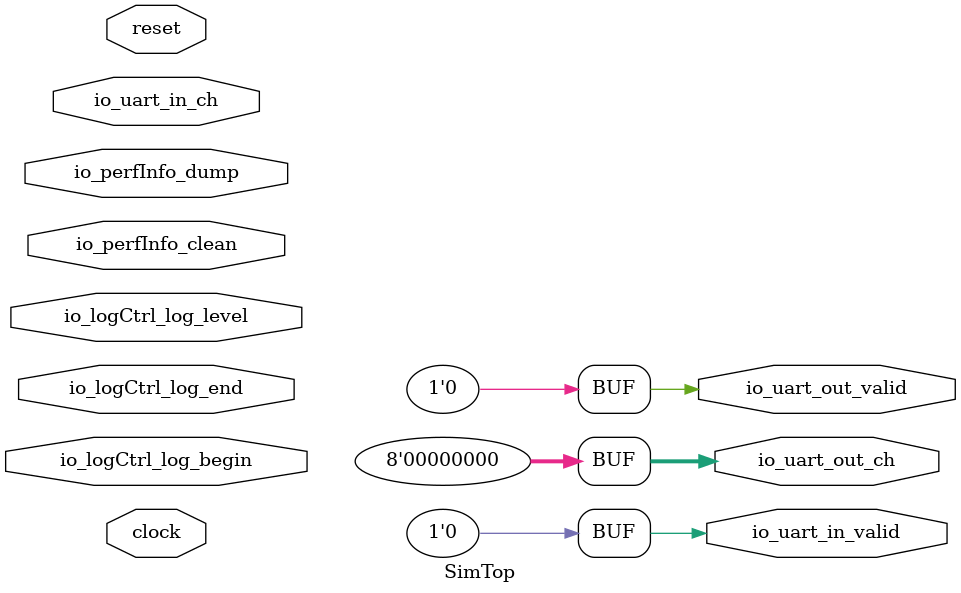
<source format=sv>
`ifndef RANDOMIZE
  `ifdef RANDOMIZE_REG_INIT
    `define RANDOMIZE
  `endif // RANDOMIZE_REG_INIT
`endif // not def RANDOMIZE

`ifndef RANDOM
  `define RANDOM $random
`endif // not def RANDOM

// Users can define INIT_RANDOM as general code that gets injected into the
// initializer block for modules with registers.
`ifndef INIT_RANDOM
  `define INIT_RANDOM
`endif // not def INIT_RANDOM

// If using random initialization, you can also define RANDOMIZE_DELAY to
// customize the delay used, otherwise 0.002 is used.
`ifndef RANDOMIZE_DELAY
  `define RANDOMIZE_DELAY 0.002
`endif // not def RANDOMIZE_DELAY

// Define INIT_RANDOM_PROLOG_ for use in our modules below.
`ifndef INIT_RANDOM_PROLOG_
  `ifdef RANDOMIZE
    `ifdef VERILATOR
      `define INIT_RANDOM_PROLOG_ `INIT_RANDOM
    `else  // VERILATOR
      `define INIT_RANDOM_PROLOG_ `INIT_RANDOM #`RANDOMIZE_DELAY begin end
    `endif // VERILATOR
  `else  // RANDOMIZE
    `define INIT_RANDOM_PROLOG_
  `endif // RANDOMIZE
`endif // not def INIT_RANDOM_PROLOG_

// Include register initializers in init blocks unless synthesis is set
`ifndef SYNTHESIS
  `ifndef ENABLE_INITIAL_REG_
    `define ENABLE_INITIAL_REG_
  `endif // not def ENABLE_INITIAL_REG_
`endif // not def SYNTHESIS

// Include rmemory initializers in init blocks unless synthesis is set
`ifndef SYNTHESIS
  `ifndef ENABLE_INITIAL_MEM_
    `define ENABLE_INITIAL_MEM_
  `endif // not def ENABLE_INITIAL_MEM_
`endif // not def SYNTHESIS

module DBus2CBus(	// src/main/scala/bus/Convert.scala:8:7
  input         io_dreq_valid,	// src/main/scala/bus/Convert.scala:9:16
  input  [63:0] io_dreq_addr,	// src/main/scala/bus/Convert.scala:9:16
  input  [2:0]  io_dreq_size,	// src/main/scala/bus/Convert.scala:9:16
  output        io_dresp_addr_ok,	// src/main/scala/bus/Convert.scala:9:16
  output        io_dresp_data_ok,	// src/main/scala/bus/Convert.scala:9:16
  output [63:0] io_dresp_data,	// src/main/scala/bus/Convert.scala:9:16
  output        io_dcreq_valid,	// src/main/scala/bus/Convert.scala:9:16
  output [2:0]  io_dcreq_size,	// src/main/scala/bus/Convert.scala:9:16
  output [63:0] io_dcreq_addr,	// src/main/scala/bus/Convert.scala:9:16
  input         io_dcresp_ready,	// src/main/scala/bus/Convert.scala:9:16
  input         io_dcresp_last,	// src/main/scala/bus/Convert.scala:9:16
  input  [63:0] io_dcresp_data	// src/main/scala/bus/Convert.scala:9:16
);

  wire okay = io_dcresp_ready & io_dcresp_last;	// src/main/scala/bus/Convert.scala:25:32
  assign io_dresp_addr_ok = okay;	// src/main/scala/bus/Convert.scala:8:7, :25:32
  assign io_dresp_data_ok = okay;	// src/main/scala/bus/Convert.scala:8:7, :25:32
  assign io_dresp_data = io_dcresp_data;	// src/main/scala/bus/Convert.scala:8:7
  assign io_dcreq_valid = io_dreq_valid;	// src/main/scala/bus/Convert.scala:8:7
  assign io_dcreq_size = io_dreq_size;	// src/main/scala/bus/Convert.scala:8:7
  assign io_dcreq_addr = io_dreq_addr;	// src/main/scala/bus/Convert.scala:8:7
endmodule

module IBus2CBus(	// src/main/scala/bus/Convert.scala:32:7
  input  [63:0] io_ireq_addr,	// src/main/scala/bus/Convert.scala:33:16
  output        io_iresp_addr_ok,	// src/main/scala/bus/Convert.scala:33:16
  output        io_iresp_data_ok,	// src/main/scala/bus/Convert.scala:33:16
  output [63:0] io_iresp_data,	// src/main/scala/bus/Convert.scala:33:16
  output        io_icreq_valid,	// src/main/scala/bus/Convert.scala:33:16
  output [2:0]  io_icreq_size,	// src/main/scala/bus/Convert.scala:33:16
  output [63:0] io_icreq_addr,	// src/main/scala/bus/Convert.scala:33:16
  input         io_icresp_ready,	// src/main/scala/bus/Convert.scala:33:16
  input         io_icresp_last,	// src/main/scala/bus/Convert.scala:33:16
  input  [63:0] io_icresp_data	// src/main/scala/bus/Convert.scala:33:16
);

  wire [63:0] _d2c_io_dresp_data;	// src/main/scala/bus/Convert.scala:41:21
  DBus2CBus d2c (	// src/main/scala/bus/Convert.scala:41:21
    .io_dreq_valid    (1'h1),	// src/main/scala/bus/Convert.scala:33:16, :41:21
    .io_dreq_addr     (io_ireq_addr),
    .io_dreq_size     (3'h2),	// src/main/scala/bus/Convert.scala:46:24
    .io_dresp_addr_ok (io_iresp_addr_ok),
    .io_dresp_data_ok (io_iresp_data_ok),
    .io_dresp_data    (_d2c_io_dresp_data),
    .io_dcreq_valid   (io_icreq_valid),
    .io_dcreq_size    (io_icreq_size),
    .io_dcreq_addr    (io_icreq_addr),
    .io_dcresp_ready  (io_icresp_ready),
    .io_dcresp_last   (io_icresp_last),
    .io_dcresp_data   (io_icresp_data)
  );
  assign io_iresp_data =
    {32'h0, io_ireq_addr[2] ? _d2c_io_dresp_data[63:32] : _d2c_io_dresp_data[31:0]};	// src/main/scala/bus/Convert.scala:32:7, :41:21, :55:{22,28,41,63,90}
endmodule

module CBusArbiter(	// src/main/scala/bus/CBusArbiter.scala:8:7
  input         clock,	// src/main/scala/bus/CBusArbiter.scala:8:7
  input         reset,	// src/main/scala/bus/CBusArbiter.scala:8:7
  input         io_ireq_valid,	// src/main/scala/bus/CBusArbiter.scala:9:16
  input  [2:0]  io_ireq_size,	// src/main/scala/bus/CBusArbiter.scala:9:16
  input  [63:0] io_ireq_addr,	// src/main/scala/bus/CBusArbiter.scala:9:16
  input         io_dreq_valid,	// src/main/scala/bus/CBusArbiter.scala:9:16
  input  [2:0]  io_dreq_size,	// src/main/scala/bus/CBusArbiter.scala:9:16
  input  [63:0] io_dreq_addr,	// src/main/scala/bus/CBusArbiter.scala:9:16
  output        io_iresp_ready,	// src/main/scala/bus/CBusArbiter.scala:9:16
  output        io_iresp_last,	// src/main/scala/bus/CBusArbiter.scala:9:16
  output [63:0] io_iresp_data,	// src/main/scala/bus/CBusArbiter.scala:9:16
  output        io_dresp_ready,	// src/main/scala/bus/CBusArbiter.scala:9:16
  output        io_dresp_last,	// src/main/scala/bus/CBusArbiter.scala:9:16
  output [63:0] io_dresp_data,	// src/main/scala/bus/CBusArbiter.scala:9:16
  output        io_oreq_valid,	// src/main/scala/bus/CBusArbiter.scala:9:16
  output [2:0]  io_oreq_size,	// src/main/scala/bus/CBusArbiter.scala:9:16
  output [63:0] io_oreq_addr,	// src/main/scala/bus/CBusArbiter.scala:9:16
  input         io_oresp_ready,	// src/main/scala/bus/CBusArbiter.scala:9:16
  input         io_oresp_last,	// src/main/scala/bus/CBusArbiter.scala:9:16
  input  [63:0] io_oresp_data	// src/main/scala/bus/CBusArbiter.scala:9:16
);

  reg  busy;	// src/main/scala/bus/CBusArbiter.scala:18:24
  reg  index;	// src/main/scala/bus/CBusArbiter.scala:19:24
  wire _io_iresp_T_1 = busy & ~index;	// src/main/scala/bus/CBusArbiter.scala:18:24, :19:24, :35:{26,35}
  wire _io_dresp_T_1 = busy & index;	// src/main/scala/bus/CBusArbiter.scala:18:24, :19:24, :36:26
  always @(posedge clock) begin	// src/main/scala/bus/CBusArbiter.scala:8:7
    if (reset) begin	// src/main/scala/bus/CBusArbiter.scala:8:7
      busy <= 1'h0;	// src/main/scala/bus/CBusArbiter.scala:8:7, :18:24
      index <= 1'h0;	// src/main/scala/bus/CBusArbiter.scala:8:7, :19:24
    end
    else if (busy)	// src/main/scala/bus/CBusArbiter.scala:18:24
      busy <= ~io_oresp_last & busy;	// src/main/scala/bus/CBusArbiter.scala:18:24, :24:30, :25:18
    else begin	// src/main/scala/bus/CBusArbiter.scala:18:24
      busy <= io_dreq_valid ? io_dreq_valid : io_ireq_valid;	// src/main/scala/bus/CBusArbiter.scala:18:24, :21:27
      index <= io_dreq_valid;	// src/main/scala/bus/CBusArbiter.scala:19:24
    end
  end // always @(posedge)
  `ifdef ENABLE_INITIAL_REG_	// src/main/scala/bus/CBusArbiter.scala:8:7
    `ifdef FIRRTL_BEFORE_INITIAL	// src/main/scala/bus/CBusArbiter.scala:8:7
      `FIRRTL_BEFORE_INITIAL	// src/main/scala/bus/CBusArbiter.scala:8:7
    `endif // FIRRTL_BEFORE_INITIAL
    logic [31:0] _RANDOM[0:0];	// src/main/scala/bus/CBusArbiter.scala:8:7
    initial begin	// src/main/scala/bus/CBusArbiter.scala:8:7
      `ifdef INIT_RANDOM_PROLOG_	// src/main/scala/bus/CBusArbiter.scala:8:7
        `INIT_RANDOM_PROLOG_	// src/main/scala/bus/CBusArbiter.scala:8:7
      `endif // INIT_RANDOM_PROLOG_
      `ifdef RANDOMIZE_REG_INIT	// src/main/scala/bus/CBusArbiter.scala:8:7
        _RANDOM[/*Zero width*/ 1'b0] = `RANDOM;	// src/main/scala/bus/CBusArbiter.scala:8:7
        busy = _RANDOM[/*Zero width*/ 1'b0][0];	// src/main/scala/bus/CBusArbiter.scala:8:7, :18:24
        index = _RANDOM[/*Zero width*/ 1'b0][1];	// src/main/scala/bus/CBusArbiter.scala:8:7, :18:24, :19:24
      `endif // RANDOMIZE_REG_INIT
    end // initial
    `ifdef FIRRTL_AFTER_INITIAL	// src/main/scala/bus/CBusArbiter.scala:8:7
      `FIRRTL_AFTER_INITIAL	// src/main/scala/bus/CBusArbiter.scala:8:7
    `endif // FIRRTL_AFTER_INITIAL
  `endif // ENABLE_INITIAL_REG_
  assign io_iresp_ready = _io_iresp_T_1 & io_oresp_ready;	// src/main/scala/bus/CBusArbiter.scala:8:7, :35:{20,26}
  assign io_iresp_last = _io_iresp_T_1 & io_oresp_last;	// src/main/scala/bus/CBusArbiter.scala:8:7, :35:{20,26}
  assign io_iresp_data = _io_iresp_T_1 ? io_oresp_data : 64'h0;	// src/main/scala/bus/CBusArbiter.scala:8:7, :35:{20,26,66}
  assign io_dresp_ready = _io_dresp_T_1 & io_oresp_ready;	// src/main/scala/bus/CBusArbiter.scala:8:7, :36:{20,26}
  assign io_dresp_last = _io_dresp_T_1 & io_oresp_last;	// src/main/scala/bus/CBusArbiter.scala:8:7, :36:{20,26}
  assign io_dresp_data = _io_dresp_T_1 ? io_oresp_data : 64'h0;	// src/main/scala/bus/CBusArbiter.scala:8:7, :35:66, :36:{20,26}
  assign io_oreq_valid = index ? io_dreq_valid : io_ireq_valid;	// src/main/scala/bus/CBusArbiter.scala:8:7, :19:24, :33:33
  assign io_oreq_size = index ? io_dreq_size : io_ireq_size;	// src/main/scala/bus/CBusArbiter.scala:8:7, :19:24, :33:33
  assign io_oreq_addr = index ? io_dreq_addr : io_ireq_addr;	// src/main/scala/bus/CBusArbiter.scala:8:7, :19:24, :33:33
endmodule

// external module RAMHelper2

// external module DifftestInstrCommit

// external module DifftestArchIntRegState

// external module DifftestCSRState

// external module DifftestTrapEvent

module Core(	// src/main/scala/Core.scala:12:7
  input         clock,	// src/main/scala/Core.scala:12:7
  input         reset,	// src/main/scala/Core.scala:12:7
  output [63:0] io_ireq_addr,	// src/main/scala/Core.scala:13:16
  input         io_iresp_addr_ok,	// src/main/scala/Core.scala:13:16
  input         io_iresp_data_ok,	// src/main/scala/Core.scala:13:16
  input  [63:0] io_iresp_data	// src/main/scala/Core.scala:13:16
);

  reg [63:0] this_pc;	// src/main/scala/Core.scala:26:26
  always @(posedge clock) begin	// src/main/scala/Core.scala:12:7
    if (reset)	// src/main/scala/Core.scala:12:7
      this_pc <= 64'h80000000;	// src/main/scala/Core.scala:26:26
    else if (io_iresp_data_ok)	// src/main/scala/Core.scala:13:16
      this_pc <= 64'(this_pc + 64'h4);	// src/main/scala/Core.scala:26:26, :28:28
  end // always @(posedge)
  `ifdef ENABLE_INITIAL_REG_	// src/main/scala/Core.scala:12:7
    `ifdef FIRRTL_BEFORE_INITIAL	// src/main/scala/Core.scala:12:7
      `FIRRTL_BEFORE_INITIAL	// src/main/scala/Core.scala:12:7
    `endif // FIRRTL_BEFORE_INITIAL
    logic [31:0] _RANDOM[0:1];	// src/main/scala/Core.scala:12:7
    initial begin	// src/main/scala/Core.scala:12:7
      `ifdef INIT_RANDOM_PROLOG_	// src/main/scala/Core.scala:12:7
        `INIT_RANDOM_PROLOG_	// src/main/scala/Core.scala:12:7
      `endif // INIT_RANDOM_PROLOG_
      `ifdef RANDOMIZE_REG_INIT	// src/main/scala/Core.scala:12:7
        for (logic [1:0] i = 2'h0; i < 2'h2; i += 2'h1) begin
          _RANDOM[i[0]] = `RANDOM;	// src/main/scala/Core.scala:12:7
        end	// src/main/scala/Core.scala:12:7
        this_pc = {_RANDOM[1'h0], _RANDOM[1'h1]};	// src/main/scala/Core.scala:12:7, :26:26
      `endif // RANDOMIZE_REG_INIT
    end // initial
    `ifdef FIRRTL_AFTER_INITIAL	// src/main/scala/Core.scala:12:7
      `FIRRTL_AFTER_INITIAL	// src/main/scala/Core.scala:12:7
    `endif // FIRRTL_AFTER_INITIAL
  `endif // ENABLE_INITIAL_REG_
  DifftestInstrCommit diff_instr (	// src/main/scala/Core.scala:38:32
    .clock    (clock),
    .coreid   (8'h0),	// src/main/scala/Core.scala:24:13
    .index    (8'h0),	// src/main/scala/Core.scala:24:13
    .valid    (io_iresp_addr_ok & io_iresp_data_ok),	// src/main/scala/Core.scala:33:40
    .pc       (this_pc),	// src/main/scala/Core.scala:26:26
    .instr    (io_iresp_data[31:0]),	// src/main/scala/Core.scala:45:29
    .skip     (1'h0),	// src/main/scala/Core.scala:12:7
    .isRVC    (1'h0),	// src/main/scala/Core.scala:12:7
    .scFailed (1'h0),	// src/main/scala/Core.scala:12:7
    .wen      (1'h0),	// src/main/scala/Core.scala:12:7
    .wdata    (64'h0),	// src/main/scala/Core.scala:24:13
    .wdest    (8'h0)	// src/main/scala/Core.scala:24:13
  );
  DifftestArchIntRegState diff_regs (	// src/main/scala/Core.scala:47:31
    .clock  (clock),
    .coreid (8'h0),	// src/main/scala/Core.scala:24:13
    .gpr_0  (64'h0),	// src/main/scala/Core.scala:24:13
    .gpr_1  (64'h114514),	// src/main/scala/Core.scala:51:29
    .gpr_2  (64'h0),	// src/main/scala/Core.scala:24:13
    .gpr_3  (64'h0),	// src/main/scala/Core.scala:24:13
    .gpr_4  (64'h0),	// src/main/scala/Core.scala:24:13
    .gpr_5  (64'h0),	// src/main/scala/Core.scala:24:13
    .gpr_6  (64'h0),	// src/main/scala/Core.scala:24:13
    .gpr_7  (64'h0),	// src/main/scala/Core.scala:24:13
    .gpr_8  (64'h0),	// src/main/scala/Core.scala:24:13
    .gpr_9  (64'h0),	// src/main/scala/Core.scala:24:13
    .gpr_10 (64'h0),	// src/main/scala/Core.scala:24:13
    .gpr_11 (64'h0),	// src/main/scala/Core.scala:24:13
    .gpr_12 (64'h0),	// src/main/scala/Core.scala:24:13
    .gpr_13 (64'h0),	// src/main/scala/Core.scala:24:13
    .gpr_14 (64'h0),	// src/main/scala/Core.scala:24:13
    .gpr_15 (64'h0),	// src/main/scala/Core.scala:24:13
    .gpr_16 (64'h0),	// src/main/scala/Core.scala:24:13
    .gpr_17 (64'h0),	// src/main/scala/Core.scala:24:13
    .gpr_18 (64'h0),	// src/main/scala/Core.scala:24:13
    .gpr_19 (64'h0),	// src/main/scala/Core.scala:24:13
    .gpr_20 (64'h0),	// src/main/scala/Core.scala:24:13
    .gpr_21 (64'h0),	// src/main/scala/Core.scala:24:13
    .gpr_22 (64'h0),	// src/main/scala/Core.scala:24:13
    .gpr_23 (64'h0),	// src/main/scala/Core.scala:24:13
    .gpr_24 (64'h0),	// src/main/scala/Core.scala:24:13
    .gpr_25 (64'h0),	// src/main/scala/Core.scala:24:13
    .gpr_26 (64'h0),	// src/main/scala/Core.scala:24:13
    .gpr_27 (64'h0),	// src/main/scala/Core.scala:24:13
    .gpr_28 (64'h0),	// src/main/scala/Core.scala:24:13
    .gpr_29 (64'h0),	// src/main/scala/Core.scala:24:13
    .gpr_30 (64'h0),	// src/main/scala/Core.scala:24:13
    .gpr_31 (64'h0)	// src/main/scala/Core.scala:24:13
  );
  DifftestCSRState diff_csrs (	// src/main/scala/Core.scala:53:31
    .clock          (clock),
    .coreid         (8'h0),	// src/main/scala/Core.scala:24:13
    .priviledgeMode (2'h3),	// src/main/scala/Core.scala:57:37
    .mstatus        (64'h0),	// src/main/scala/Core.scala:24:13
    .sstatus        (64'h0),	// src/main/scala/Core.scala:24:13
    .mepc           (64'h0),	// src/main/scala/Core.scala:24:13
    .sepc           (64'h0),	// src/main/scala/Core.scala:24:13
    .mtval          (64'h0),	// src/main/scala/Core.scala:24:13
    .stval          (64'h0),	// src/main/scala/Core.scala:24:13
    .mtvec          (64'h0),	// src/main/scala/Core.scala:24:13
    .stvec          (64'h0),	// src/main/scala/Core.scala:24:13
    .mcause         (64'h0),	// src/main/scala/Core.scala:24:13
    .scause         (64'h0),	// src/main/scala/Core.scala:24:13
    .satp           (64'h0),	// src/main/scala/Core.scala:24:13
    .mip            (64'h0),	// src/main/scala/Core.scala:24:13
    .mie            (64'h0),	// src/main/scala/Core.scala:24:13
    .mscratch       (64'h0),	// src/main/scala/Core.scala:24:13
    .sscratch       (64'h0),	// src/main/scala/Core.scala:24:13
    .mideleg        (64'h0),	// src/main/scala/Core.scala:24:13
    .medeleg        (64'h0)	// src/main/scala/Core.scala:24:13
  );
  DifftestTrapEvent diff_trap (	// src/main/scala/Core.scala:59:31
    .clock    (clock),
    .coreid   (8'h0),	// src/main/scala/Core.scala:24:13
    .valid    (1'h0),	// src/main/scala/Core.scala:12:7
    .code     (3'h0),	// src/main/scala/Core.scala:24:13
    .pc       (64'h0),	// src/main/scala/Core.scala:24:13
    .cycleCnt (64'h0),	// src/main/scala/Core.scala:24:13
    .instrCnt (64'h0)	// src/main/scala/Core.scala:24:13
  );
  assign io_ireq_addr = this_pc;	// src/main/scala/Core.scala:12:7, :26:26
endmodule

module SimTop(	// src/main/scala/top/SimTop.scala:13:7
  input         clock,	// src/main/scala/top/SimTop.scala:13:7
  input         reset,	// src/main/scala/top/SimTop.scala:13:7
  input  [63:0] io_logCtrl_log_begin,	// src/main/scala/top/SimTop.scala:14:16
  input  [63:0] io_logCtrl_log_end,	// src/main/scala/top/SimTop.scala:14:16
  input  [63:0] io_logCtrl_log_level,	// src/main/scala/top/SimTop.scala:14:16
  input         io_perfInfo_clean,	// src/main/scala/top/SimTop.scala:14:16
  input         io_perfInfo_dump,	// src/main/scala/top/SimTop.scala:14:16
  output        io_uart_out_valid,	// src/main/scala/top/SimTop.scala:14:16
  output [7:0]  io_uart_out_ch,	// src/main/scala/top/SimTop.scala:14:16
  output        io_uart_in_valid,	// src/main/scala/top/SimTop.scala:14:16
  input  [7:0]  io_uart_in_ch	// src/main/scala/top/SimTop.scala:14:16
);

  wire [63:0] _core_io_ireq_addr;	// src/main/scala/top/SimTop.scala:60:22
  wire [65:0] _ram_oresp;	// src/main/scala/top/SimTop.scala:53:21
  wire        _arb_io_iresp_ready;	// src/main/scala/top/SimTop.scala:45:21
  wire        _arb_io_iresp_last;	// src/main/scala/top/SimTop.scala:45:21
  wire [63:0] _arb_io_iresp_data;	// src/main/scala/top/SimTop.scala:45:21
  wire        _arb_io_dresp_ready;	// src/main/scala/top/SimTop.scala:45:21
  wire        _arb_io_dresp_last;	// src/main/scala/top/SimTop.scala:45:21
  wire [63:0] _arb_io_dresp_data;	// src/main/scala/top/SimTop.scala:45:21
  wire        _arb_io_oreq_valid;	// src/main/scala/top/SimTop.scala:45:21
  wire [2:0]  _arb_io_oreq_size;	// src/main/scala/top/SimTop.scala:45:21
  wire [63:0] _arb_io_oreq_addr;	// src/main/scala/top/SimTop.scala:45:21
  wire        _d2c_io_dcreq_valid;	// src/main/scala/top/SimTop.scala:39:21
  wire [2:0]  _d2c_io_dcreq_size;	// src/main/scala/top/SimTop.scala:39:21
  wire [63:0] _d2c_io_dcreq_addr;	// src/main/scala/top/SimTop.scala:39:21
  wire        _i2c_io_iresp_addr_ok;	// src/main/scala/top/SimTop.scala:34:21
  wire        _i2c_io_iresp_data_ok;	// src/main/scala/top/SimTop.scala:34:21
  wire [63:0] _i2c_io_iresp_data;	// src/main/scala/top/SimTop.scala:34:21
  wire        _i2c_io_icreq_valid;	// src/main/scala/top/SimTop.scala:34:21
  wire [2:0]  _i2c_io_icreq_size;	// src/main/scala/top/SimTop.scala:34:21
  wire [63:0] _i2c_io_icreq_addr;	// src/main/scala/top/SimTop.scala:34:21
  IBus2CBus i2c (	// src/main/scala/top/SimTop.scala:34:21
    .io_ireq_addr     (_core_io_ireq_addr),	// src/main/scala/top/SimTop.scala:60:22
    .io_iresp_addr_ok (_i2c_io_iresp_addr_ok),
    .io_iresp_data_ok (_i2c_io_iresp_data_ok),
    .io_iresp_data    (_i2c_io_iresp_data),
    .io_icreq_valid   (_i2c_io_icreq_valid),
    .io_icreq_size    (_i2c_io_icreq_size),
    .io_icreq_addr    (_i2c_io_icreq_addr),
    .io_icresp_ready  (_arb_io_iresp_ready),	// src/main/scala/top/SimTop.scala:45:21
    .io_icresp_last   (_arb_io_iresp_last),	// src/main/scala/top/SimTop.scala:45:21
    .io_icresp_data   (_arb_io_iresp_data)	// src/main/scala/top/SimTop.scala:45:21
  );
  DBus2CBus d2c (	// src/main/scala/top/SimTop.scala:39:21
    .io_dreq_valid    (1'h0),	// src/main/scala/top/SimTop.scala:31:22, :34:21, :39:21, :45:21, :60:22
    .io_dreq_addr     (64'h0),	// src/main/scala/top/SimTop.scala:34:21, :39:21, :45:21, :60:22
    .io_dreq_size     (3'h0),	// src/main/scala/top/SimTop.scala:39:21, :60:22
    .io_dresp_addr_ok (/* unused */),
    .io_dresp_data_ok (/* unused */),
    .io_dresp_data    (/* unused */),
    .io_dcreq_valid   (_d2c_io_dcreq_valid),
    .io_dcreq_size    (_d2c_io_dcreq_size),
    .io_dcreq_addr    (_d2c_io_dcreq_addr),
    .io_dcresp_ready  (_arb_io_dresp_ready),	// src/main/scala/top/SimTop.scala:45:21
    .io_dcresp_last   (_arb_io_dresp_last),	// src/main/scala/top/SimTop.scala:45:21
    .io_dcresp_data   (_arb_io_dresp_data)	// src/main/scala/top/SimTop.scala:45:21
  );
  CBusArbiter arb (	// src/main/scala/top/SimTop.scala:45:21
    .clock          (clock),
    .reset          (reset),
    .io_ireq_valid  (_i2c_io_icreq_valid),	// src/main/scala/top/SimTop.scala:34:21
    .io_ireq_size   (_i2c_io_icreq_size),	// src/main/scala/top/SimTop.scala:34:21
    .io_ireq_addr   (_i2c_io_icreq_addr),	// src/main/scala/top/SimTop.scala:34:21
    .io_dreq_valid  (_d2c_io_dcreq_valid),	// src/main/scala/top/SimTop.scala:39:21
    .io_dreq_size   (_d2c_io_dcreq_size),	// src/main/scala/top/SimTop.scala:39:21
    .io_dreq_addr   (_d2c_io_dcreq_addr),	// src/main/scala/top/SimTop.scala:39:21
    .io_iresp_ready (_arb_io_iresp_ready),
    .io_iresp_last  (_arb_io_iresp_last),
    .io_iresp_data  (_arb_io_iresp_data),
    .io_dresp_ready (_arb_io_dresp_ready),
    .io_dresp_last  (_arb_io_dresp_last),
    .io_dresp_data  (_arb_io_dresp_data),
    .io_oreq_valid  (_arb_io_oreq_valid),
    .io_oreq_size   (_arb_io_oreq_size),
    .io_oreq_addr   (_arb_io_oreq_addr),
    .io_oresp_ready (_ram_oresp[65]),	// src/main/scala/top/SimTop.scala:53:21, :57:35
    .io_oresp_last  (_ram_oresp[64]),	// src/main/scala/top/SimTop.scala:53:21, :57:35
    .io_oresp_data  (_ram_oresp[63:0])	// src/main/scala/top/SimTop.scala:53:21, :57:35
  );
  RAMHelper2 ram (	// src/main/scala/top/SimTop.scala:53:21
    .clk   (clock),
    .reset (reset),
    .oreq  ({_arb_io_oreq_valid, 1'h0, _arb_io_oreq_size, _arb_io_oreq_addr, 82'h0}),	// src/main/scala/top/SimTop.scala:31:22, :34:21, :39:21, :45:21, :56:25, :60:22
    .oresp (_ram_oresp),
    .trint (/* unused */),
    .swint (/* unused */),
    .exint (/* unused */)
  );
  Core core (	// src/main/scala/top/SimTop.scala:60:22
    .clock            (clock),
    .reset            (reset),
    .io_ireq_addr     (_core_io_ireq_addr),
    .io_iresp_addr_ok (_i2c_io_iresp_addr_ok),	// src/main/scala/top/SimTop.scala:34:21
    .io_iresp_data_ok (_i2c_io_iresp_data_ok),	// src/main/scala/top/SimTop.scala:34:21
    .io_iresp_data    (_i2c_io_iresp_data)	// src/main/scala/top/SimTop.scala:34:21
  );
  assign io_uart_out_valid = 1'h0;	// src/main/scala/top/SimTop.scala:13:7, :31:22, :34:21, :39:21, :45:21, :60:22
  assign io_uart_out_ch = 8'h0;	// src/main/scala/top/SimTop.scala:13:7, :21:17
  assign io_uart_in_valid = 1'h0;	// src/main/scala/top/SimTop.scala:13:7, :31:22, :34:21, :39:21, :45:21, :60:22
endmodule


</source>
